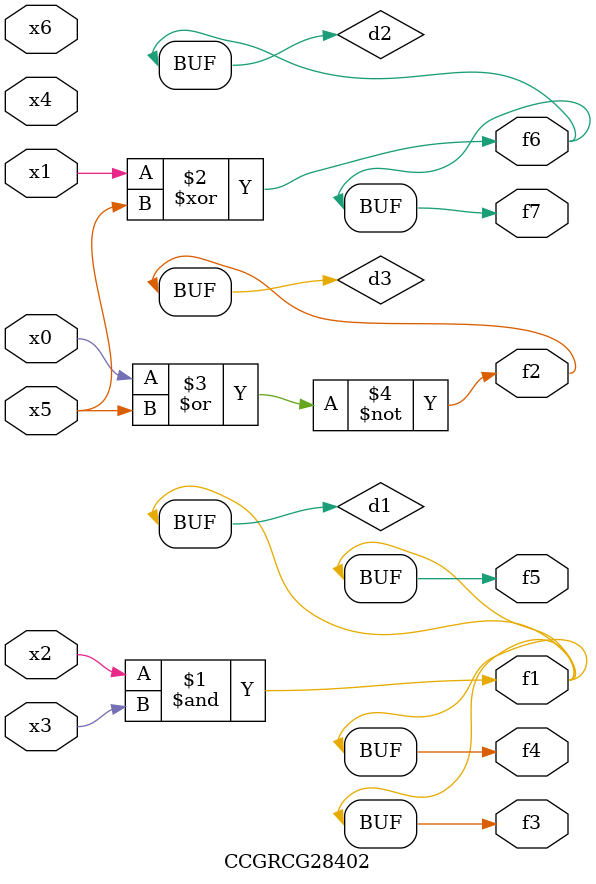
<source format=v>
module CCGRCG28402(
	input x0, x1, x2, x3, x4, x5, x6,
	output f1, f2, f3, f4, f5, f6, f7
);

	wire d1, d2, d3;

	and (d1, x2, x3);
	xor (d2, x1, x5);
	nor (d3, x0, x5);
	assign f1 = d1;
	assign f2 = d3;
	assign f3 = d1;
	assign f4 = d1;
	assign f5 = d1;
	assign f6 = d2;
	assign f7 = d2;
endmodule

</source>
